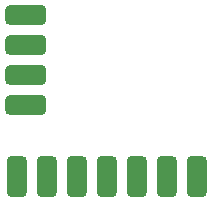
<source format=gbs>
G04 #@! TF.GenerationSoftware,KiCad,Pcbnew,5.1.9+dfsg1-1+deb11u1*
G04 #@! TF.CreationDate,2023-12-19T10:52:22+00:00*
G04 #@! TF.ProjectId,ControllerCurrentShuntAddOn,436f6e74-726f-46c6-9c65-724375727265,rev?*
G04 #@! TF.SameCoordinates,Original*
G04 #@! TF.FileFunction,Soldermask,Bot*
G04 #@! TF.FilePolarity,Negative*
%FSLAX46Y46*%
G04 Gerber Fmt 4.6, Leading zero omitted, Abs format (unit mm)*
G04 Created by KiCad (PCBNEW 5.1.9+dfsg1-1+deb11u1) date 2023-12-19 10:52:22*
%MOMM*%
%LPD*%
G01*
G04 APERTURE LIST*
G04 APERTURE END LIST*
G36*
G01*
X208300000Y-97855000D02*
X208300000Y-98705000D01*
G75*
G02*
X207875000Y-99130000I-425000J0D01*
G01*
X205225000Y-99130000D01*
G75*
G02*
X204800000Y-98705000I0J425000D01*
G01*
X204800000Y-97855000D01*
G75*
G02*
X205225000Y-97430000I425000J0D01*
G01*
X207875000Y-97430000D01*
G75*
G02*
X208300000Y-97855000I0J-425000D01*
G01*
G37*
G36*
G01*
X208300000Y-100395000D02*
X208300000Y-101245000D01*
G75*
G02*
X207875000Y-101670000I-425000J0D01*
G01*
X205225000Y-101670000D01*
G75*
G02*
X204800000Y-101245000I0J425000D01*
G01*
X204800000Y-100395000D01*
G75*
G02*
X205225000Y-99970000I425000J0D01*
G01*
X207875000Y-99970000D01*
G75*
G02*
X208300000Y-100395000I0J-425000D01*
G01*
G37*
G36*
G01*
X208300000Y-102935000D02*
X208300000Y-103785000D01*
G75*
G02*
X207875000Y-104210000I-425000J0D01*
G01*
X205225000Y-104210000D01*
G75*
G02*
X204800000Y-103785000I0J425000D01*
G01*
X204800000Y-102935000D01*
G75*
G02*
X205225000Y-102510000I425000J0D01*
G01*
X207875000Y-102510000D01*
G75*
G02*
X208300000Y-102935000I0J-425000D01*
G01*
G37*
G36*
G01*
X208300000Y-105475000D02*
X208300000Y-106325000D01*
G75*
G02*
X207875000Y-106750000I-425000J0D01*
G01*
X205225000Y-106750000D01*
G75*
G02*
X204800000Y-106325000I0J425000D01*
G01*
X204800000Y-105475000D01*
G75*
G02*
X205225000Y-105050000I425000J0D01*
G01*
X207875000Y-105050000D01*
G75*
G02*
X208300000Y-105475000I0J-425000D01*
G01*
G37*
G36*
G01*
X221465000Y-113700000D02*
X220615000Y-113700000D01*
G75*
G02*
X220190000Y-113275000I0J425000D01*
G01*
X220190000Y-110625000D01*
G75*
G02*
X220615000Y-110200000I425000J0D01*
G01*
X221465000Y-110200000D01*
G75*
G02*
X221890000Y-110625000I0J-425000D01*
G01*
X221890000Y-113275000D01*
G75*
G02*
X221465000Y-113700000I-425000J0D01*
G01*
G37*
G36*
G01*
X218925000Y-113700000D02*
X218075000Y-113700000D01*
G75*
G02*
X217650000Y-113275000I0J425000D01*
G01*
X217650000Y-110625000D01*
G75*
G02*
X218075000Y-110200000I425000J0D01*
G01*
X218925000Y-110200000D01*
G75*
G02*
X219350000Y-110625000I0J-425000D01*
G01*
X219350000Y-113275000D01*
G75*
G02*
X218925000Y-113700000I-425000J0D01*
G01*
G37*
G36*
G01*
X216385000Y-113700000D02*
X215535000Y-113700000D01*
G75*
G02*
X215110000Y-113275000I0J425000D01*
G01*
X215110000Y-110625000D01*
G75*
G02*
X215535000Y-110200000I425000J0D01*
G01*
X216385000Y-110200000D01*
G75*
G02*
X216810000Y-110625000I0J-425000D01*
G01*
X216810000Y-113275000D01*
G75*
G02*
X216385000Y-113700000I-425000J0D01*
G01*
G37*
G36*
G01*
X213845000Y-113700000D02*
X212995000Y-113700000D01*
G75*
G02*
X212570000Y-113275000I0J425000D01*
G01*
X212570000Y-110625000D01*
G75*
G02*
X212995000Y-110200000I425000J0D01*
G01*
X213845000Y-110200000D01*
G75*
G02*
X214270000Y-110625000I0J-425000D01*
G01*
X214270000Y-113275000D01*
G75*
G02*
X213845000Y-113700000I-425000J0D01*
G01*
G37*
G36*
G01*
X211305000Y-113700000D02*
X210455000Y-113700000D01*
G75*
G02*
X210030000Y-113275000I0J425000D01*
G01*
X210030000Y-110625000D01*
G75*
G02*
X210455000Y-110200000I425000J0D01*
G01*
X211305000Y-110200000D01*
G75*
G02*
X211730000Y-110625000I0J-425000D01*
G01*
X211730000Y-113275000D01*
G75*
G02*
X211305000Y-113700000I-425000J0D01*
G01*
G37*
G36*
G01*
X208765000Y-113700000D02*
X207915000Y-113700000D01*
G75*
G02*
X207490000Y-113275000I0J425000D01*
G01*
X207490000Y-110625000D01*
G75*
G02*
X207915000Y-110200000I425000J0D01*
G01*
X208765000Y-110200000D01*
G75*
G02*
X209190000Y-110625000I0J-425000D01*
G01*
X209190000Y-113275000D01*
G75*
G02*
X208765000Y-113700000I-425000J0D01*
G01*
G37*
G36*
G01*
X206225000Y-113700000D02*
X205375000Y-113700000D01*
G75*
G02*
X204950000Y-113275000I0J425000D01*
G01*
X204950000Y-110625000D01*
G75*
G02*
X205375000Y-110200000I425000J0D01*
G01*
X206225000Y-110200000D01*
G75*
G02*
X206650000Y-110625000I0J-425000D01*
G01*
X206650000Y-113275000D01*
G75*
G02*
X206225000Y-113700000I-425000J0D01*
G01*
G37*
M02*

</source>
